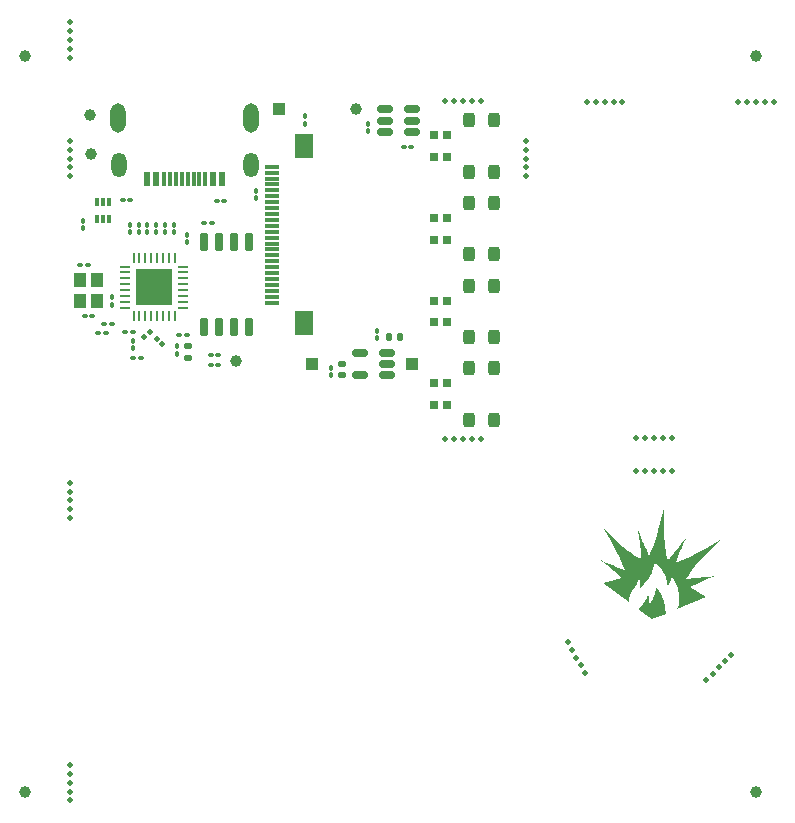
<source format=gbr>
%TF.GenerationSoftware,KiCad,Pcbnew,7.0.10*%
%TF.CreationDate,2024-04-07T01:49:58-04:00*%
%TF.ProjectId,pixie-rev-4,70697869-652d-4726-9576-2d342e6b6963,rev?*%
%TF.SameCoordinates,Original*%
%TF.FileFunction,Soldermask,Top*%
%TF.FilePolarity,Negative*%
%FSLAX46Y46*%
G04 Gerber Fmt 4.6, Leading zero omitted, Abs format (unit mm)*
G04 Created by KiCad (PCBNEW 7.0.10) date 2024-04-07 01:49:58*
%MOMM*%
%LPD*%
G01*
G04 APERTURE LIST*
G04 Aperture macros list*
%AMRoundRect*
0 Rectangle with rounded corners*
0 $1 Rounding radius*
0 $2 $3 $4 $5 $6 $7 $8 $9 X,Y pos of 4 corners*
0 Add a 4 corners polygon primitive as box body*
4,1,4,$2,$3,$4,$5,$6,$7,$8,$9,$2,$3,0*
0 Add four circle primitives for the rounded corners*
1,1,$1+$1,$2,$3*
1,1,$1+$1,$4,$5*
1,1,$1+$1,$6,$7*
1,1,$1+$1,$8,$9*
0 Add four rect primitives between the rounded corners*
20,1,$1+$1,$2,$3,$4,$5,0*
20,1,$1+$1,$4,$5,$6,$7,0*
20,1,$1+$1,$6,$7,$8,$9,0*
20,1,$1+$1,$8,$9,$2,$3,0*%
G04 Aperture macros list end*
%ADD10RoundRect,0.100000X-0.100000X0.130000X-0.100000X-0.130000X0.100000X-0.130000X0.100000X0.130000X0*%
%ADD11RoundRect,0.100000X0.130000X0.100000X-0.130000X0.100000X-0.130000X-0.100000X0.130000X-0.100000X0*%
%ADD12RoundRect,0.100000X-0.162635X0.021213X0.021213X-0.162635X0.162635X-0.021213X-0.021213X0.162635X0*%
%ADD13C,1.000000*%
%ADD14RoundRect,0.100000X0.021213X0.162635X-0.162635X-0.021213X-0.021213X-0.162635X0.162635X0.021213X0*%
%ADD15C,0.500000*%
%ADD16RoundRect,0.237500X-0.237500X0.387500X-0.237500X-0.387500X0.237500X-0.387500X0.237500X0.387500X0*%
%ADD17R,0.600000X1.160000*%
%ADD18R,0.300000X1.160000*%
%ADD19O,1.300000X2.100000*%
%ADD20O,1.300000X2.500000*%
%ADD21RoundRect,0.100000X0.100000X-0.130000X0.100000X0.130000X-0.100000X0.130000X-0.100000X-0.130000X0*%
%ADD22R,1.000000X1.000000*%
%ADD23RoundRect,0.140000X-0.170000X0.140000X-0.170000X-0.140000X0.170000X-0.140000X0.170000X0.140000X0*%
%ADD24R,0.700000X0.700000*%
%ADD25RoundRect,0.100000X-0.130000X-0.100000X0.130000X-0.100000X0.130000X0.100000X-0.130000X0.100000X0*%
%ADD26R,1.300000X0.300000*%
%ADD27R,1.600000X2.000000*%
%ADD28R,0.340000X0.700000*%
%ADD29RoundRect,0.062500X0.062500X-0.375000X0.062500X0.375000X-0.062500X0.375000X-0.062500X-0.375000X0*%
%ADD30RoundRect,0.062500X0.375000X-0.062500X0.375000X0.062500X-0.375000X0.062500X-0.375000X-0.062500X0*%
%ADD31R,3.100000X3.100000*%
%ADD32RoundRect,0.140000X0.170000X-0.140000X0.170000X0.140000X-0.170000X0.140000X-0.170000X-0.140000X0*%
%ADD33RoundRect,0.150000X0.150000X-0.650000X0.150000X0.650000X-0.150000X0.650000X-0.150000X-0.650000X0*%
%ADD34RoundRect,0.140000X-0.140000X-0.170000X0.140000X-0.170000X0.140000X0.170000X-0.140000X0.170000X0*%
%ADD35RoundRect,0.150000X0.512500X0.150000X-0.512500X0.150000X-0.512500X-0.150000X0.512500X-0.150000X0*%
%ADD36R,1.000000X1.150000*%
G04 APERTURE END LIST*
%TO.C,REF\u002A\u002A*%
G36*
X150313031Y-111871160D02*
G01*
X150362547Y-111922591D01*
X150456489Y-112033024D01*
X150543721Y-112152732D01*
X150624342Y-112280728D01*
X150698453Y-112416022D01*
X150766150Y-112557633D01*
X150827533Y-112704570D01*
X150882699Y-112855849D01*
X150931751Y-113010482D01*
X150974782Y-113167483D01*
X151011894Y-113325865D01*
X151043187Y-113484641D01*
X151068755Y-113642827D01*
X151088703Y-113799433D01*
X151103123Y-113953474D01*
X151112118Y-114103964D01*
X149950299Y-114575426D01*
X148830570Y-113758784D01*
X148843493Y-113730661D01*
X148856996Y-113703091D01*
X148871065Y-113676039D01*
X148885690Y-113649469D01*
X148900855Y-113623342D01*
X148916553Y-113597623D01*
X148949488Y-113547258D01*
X148984398Y-113498076D01*
X149021181Y-113449782D01*
X149059743Y-113402079D01*
X149099979Y-113354674D01*
X149133256Y-113314409D01*
X149165217Y-113274177D01*
X149195877Y-113234060D01*
X149225261Y-113194136D01*
X149253379Y-113154492D01*
X149280250Y-113115208D01*
X149330318Y-113038040D01*
X149375599Y-112963291D01*
X149416233Y-112891613D01*
X149452354Y-112823659D01*
X149484096Y-112760083D01*
X149511594Y-112701540D01*
X149534989Y-112648678D01*
X149554409Y-112602159D01*
X149569996Y-112562631D01*
X149590204Y-112507169D01*
X149596700Y-112487517D01*
X149605414Y-112503304D01*
X149626954Y-112549082D01*
X149640377Y-112582478D01*
X149654416Y-112622485D01*
X149668207Y-112668805D01*
X149680889Y-112721143D01*
X149691598Y-112779206D01*
X149699468Y-112842694D01*
X149703643Y-112911312D01*
X149704072Y-112947451D01*
X149703252Y-112984763D01*
X149701076Y-113023210D01*
X149697436Y-113062754D01*
X149692223Y-113103359D01*
X149685328Y-113144987D01*
X149676648Y-113187604D01*
X149666070Y-113231167D01*
X149653487Y-113275644D01*
X149638794Y-113320998D01*
X149683636Y-113279041D01*
X149726630Y-113235354D01*
X149767790Y-113190073D01*
X149807142Y-113143343D01*
X149844702Y-113095308D01*
X149880497Y-113046106D01*
X149914549Y-112995881D01*
X149946877Y-112944774D01*
X149977500Y-112892929D01*
X150006448Y-112840482D01*
X150059382Y-112734365D01*
X150105855Y-112627557D01*
X150146039Y-112521193D01*
X150180105Y-112416407D01*
X150208228Y-112314336D01*
X150230578Y-112216112D01*
X150247329Y-112122870D01*
X150258655Y-112035745D01*
X150264727Y-111955871D01*
X150265717Y-111884384D01*
X150261799Y-111822418D01*
X150313031Y-111871160D01*
G37*
G36*
X150959786Y-105860523D02*
G01*
X150965311Y-106521612D01*
X150979518Y-107132186D01*
X151004776Y-107695008D01*
X151022288Y-107959375D01*
X151043449Y-108212843D01*
X151068559Y-108455751D01*
X151097911Y-108688448D01*
X151131800Y-108911280D01*
X151170524Y-109124590D01*
X151214379Y-109328727D01*
X151263659Y-109524034D01*
X151437729Y-109334080D01*
X151619098Y-109129919D01*
X151807963Y-108910763D01*
X152004530Y-108675820D01*
X152208986Y-108424302D01*
X152421533Y-108155421D01*
X152642367Y-107868386D01*
X152871686Y-107562408D01*
X152586361Y-108199753D01*
X152457461Y-108495784D01*
X152338130Y-108777902D01*
X152228669Y-109046996D01*
X152129367Y-109303957D01*
X152040524Y-109549670D01*
X151962434Y-109785025D01*
X152146298Y-109722388D01*
X152335058Y-109651355D01*
X152728695Y-109484439D01*
X153146206Y-109284964D01*
X153590455Y-109053622D01*
X154064305Y-108791105D01*
X154570611Y-108498102D01*
X155692046Y-107823399D01*
X155191956Y-108327108D01*
X154733204Y-108798554D01*
X154315297Y-109240995D01*
X153937741Y-109657685D01*
X153600042Y-110051880D01*
X153445987Y-110241562D01*
X153301712Y-110426839D01*
X153167155Y-110608121D01*
X153042254Y-110785813D01*
X152926946Y-110960324D01*
X152821171Y-111132062D01*
X153080599Y-111122243D01*
X153354332Y-111105620D01*
X153643258Y-111082484D01*
X153948265Y-111053133D01*
X154270241Y-111017862D01*
X154610075Y-110976968D01*
X155346869Y-110879491D01*
X154988257Y-111018750D01*
X154613759Y-111171130D01*
X154243011Y-111326865D01*
X153895643Y-111476189D01*
X153132673Y-111814000D01*
X154504970Y-112647479D01*
X152063463Y-113657758D01*
X152117395Y-113552634D01*
X152162657Y-113445813D01*
X152199642Y-113337573D01*
X152228751Y-113228193D01*
X152250387Y-113117950D01*
X152264952Y-113007121D01*
X152272843Y-112895983D01*
X152274464Y-112784815D01*
X152270215Y-112673893D01*
X152260495Y-112563495D01*
X152245708Y-112453899D01*
X152226252Y-112345383D01*
X152174940Y-112132698D01*
X152109768Y-111927656D01*
X152033939Y-111732482D01*
X151950662Y-111549395D01*
X151863143Y-111380610D01*
X151774585Y-111228353D01*
X151688200Y-111094842D01*
X151607192Y-110982296D01*
X151534768Y-110892936D01*
X151474133Y-110828978D01*
X151491291Y-110881174D01*
X151504834Y-110936369D01*
X151514701Y-110994005D01*
X151520833Y-111053528D01*
X151523165Y-111114383D01*
X151521637Y-111176015D01*
X151516190Y-111237868D01*
X151506757Y-111299389D01*
X151493280Y-111360022D01*
X151475695Y-111419212D01*
X151453943Y-111476404D01*
X151427961Y-111531042D01*
X151413364Y-111557231D01*
X151397687Y-111582573D01*
X151380920Y-111607000D01*
X151363059Y-111630442D01*
X151344093Y-111652829D01*
X151324013Y-111674094D01*
X151302820Y-111694163D01*
X151280497Y-111712970D01*
X151257929Y-111571051D01*
X151231470Y-111435659D01*
X151201423Y-111306660D01*
X151168090Y-111183924D01*
X151131772Y-111067316D01*
X151092771Y-110956705D01*
X151051391Y-110851958D01*
X151007931Y-110752943D01*
X150962695Y-110659528D01*
X150915988Y-110571578D01*
X150868110Y-110488961D01*
X150819359Y-110411547D01*
X150770044Y-110339200D01*
X150720461Y-110271791D01*
X150670917Y-110209184D01*
X150621709Y-110151249D01*
X150573146Y-110097851D01*
X150525524Y-110048860D01*
X150479151Y-110004141D01*
X150434320Y-109963566D01*
X150350518Y-109894302D01*
X150276532Y-109840009D01*
X150214780Y-109799628D01*
X150167678Y-109772098D01*
X150127096Y-109751347D01*
X150126796Y-109825460D01*
X150122827Y-109899396D01*
X150104388Y-110046619D01*
X150072802Y-110192782D01*
X150029093Y-110337650D01*
X149974286Y-110480987D01*
X149909402Y-110622564D01*
X149835465Y-110762142D01*
X149753503Y-110899486D01*
X149664535Y-111034364D01*
X149569584Y-111166543D01*
X149469676Y-111295784D01*
X149365835Y-111421858D01*
X149259082Y-111544528D01*
X149150444Y-111663559D01*
X148931599Y-111889770D01*
X148934492Y-111777297D01*
X148935809Y-111671928D01*
X148935382Y-111621168D01*
X148933967Y-111571294D01*
X148931370Y-111522015D01*
X148927390Y-111473029D01*
X148921832Y-111424045D01*
X148914498Y-111374764D01*
X148905192Y-111324891D01*
X148893713Y-111274131D01*
X148879868Y-111222187D01*
X148863458Y-111168763D01*
X148844283Y-111113562D01*
X148822153Y-111056289D01*
X148813121Y-111107970D01*
X148801898Y-111158862D01*
X148773381Y-111258477D01*
X148737614Y-111355525D01*
X148695605Y-111450403D01*
X148648368Y-111543506D01*
X148596912Y-111635227D01*
X148485393Y-111816103D01*
X148369138Y-111996191D01*
X148256239Y-112178646D01*
X148203575Y-112271748D01*
X148154781Y-112366628D01*
X148110875Y-112463674D01*
X148072863Y-112563289D01*
X148032083Y-112722459D01*
X148014554Y-112795041D01*
X147999196Y-112864267D01*
X147986204Y-112931127D01*
X147980658Y-112963977D01*
X147975780Y-112996605D01*
X147971592Y-113029133D01*
X147968118Y-113061686D01*
X147965385Y-113094388D01*
X147963415Y-113127361D01*
X145766058Y-111519335D01*
X147399343Y-111081547D01*
X146734243Y-110511160D01*
X146099398Y-109987606D01*
X145763723Y-109721485D01*
X145437718Y-109473521D01*
X146076246Y-109757661D01*
X146373311Y-109885524D01*
X146656367Y-110003916D01*
X146926003Y-110112836D01*
X147182817Y-110212285D01*
X147427395Y-110302263D01*
X147660332Y-110382770D01*
X147597698Y-110198907D01*
X147526664Y-110010148D01*
X147359748Y-109616510D01*
X147160272Y-109198999D01*
X146928929Y-108754747D01*
X146666415Y-108280900D01*
X146373411Y-107774593D01*
X145698705Y-106653160D01*
X146199342Y-107156291D01*
X146668206Y-107617394D01*
X147109053Y-108036273D01*
X147525628Y-108412727D01*
X147725986Y-108584983D01*
X147921683Y-108746558D01*
X148113185Y-108897432D01*
X148300963Y-109037575D01*
X148485487Y-109166962D01*
X148667223Y-109285572D01*
X148846639Y-109393379D01*
X149024207Y-109490358D01*
X149016463Y-109228170D01*
X149000135Y-108952464D01*
X148976112Y-108662354D01*
X148945280Y-108356952D01*
X148908529Y-108035369D01*
X148866747Y-107696718D01*
X148771638Y-106964661D01*
X148899156Y-107299793D01*
X149023024Y-107617264D01*
X149143537Y-107917569D01*
X149260992Y-108201201D01*
X149375684Y-108468652D01*
X149487911Y-108720415D01*
X149597965Y-108956986D01*
X149706146Y-109178854D01*
X149794506Y-109002317D01*
X149879868Y-108816691D01*
X149962594Y-108621766D01*
X150043038Y-108417331D01*
X150198508Y-107979101D01*
X150349143Y-107500319D01*
X150497809Y-106979313D01*
X150647361Y-106414401D01*
X150960573Y-105146162D01*
X150959786Y-105860523D01*
G37*
%TD*%
D10*
%TO.C,C13*%
X109700000Y-91425000D03*
X109700000Y-92065000D03*
%TD*%
D11*
%TO.C,C15*%
X110545000Y-90475000D03*
X109905000Y-90475000D03*
%TD*%
D12*
%TO.C,L2*%
X108000000Y-90800000D03*
X108452548Y-91252548D03*
%TD*%
D11*
%TO.C,C9*%
X102575000Y-88850000D03*
X101935000Y-88850000D03*
%TD*%
D13*
%TO.C,TP2*%
X102400000Y-71900000D03*
%TD*%
D14*
%TO.C,C11*%
X107426274Y-90223726D03*
X106973726Y-90676274D03*
%TD*%
D15*
%TO.C,REF\u002A\u002A*%
X100700000Y-67000000D03*
X100700000Y-66250000D03*
X100700000Y-65500000D03*
X100700000Y-64750000D03*
X100700000Y-64000000D03*
%TD*%
D16*
%TO.C,SW3*%
X136575000Y-86325000D03*
X136575000Y-90675000D03*
X134425000Y-86325000D03*
X134425000Y-90675000D03*
%TD*%
D17*
%TO.C,J1*%
X113580000Y-77280000D03*
X112780000Y-77280000D03*
D18*
X111630000Y-77280000D03*
X110630000Y-77280000D03*
X110130000Y-77280000D03*
X109130000Y-77280000D03*
D17*
X107980000Y-77280000D03*
X107180000Y-77280000D03*
X107180000Y-77280000D03*
X107980000Y-77280000D03*
D18*
X108630000Y-77280000D03*
X109630000Y-77280000D03*
X111130000Y-77280000D03*
X112130000Y-77280000D03*
D17*
X112780000Y-77280000D03*
X113580000Y-77280000D03*
D19*
X115980000Y-76100000D03*
D20*
X116000000Y-72100000D03*
D19*
X104780000Y-76100000D03*
D20*
X104760000Y-72100000D03*
%TD*%
D11*
%TO.C,C12*%
X104225000Y-89525000D03*
X103585000Y-89525000D03*
%TD*%
D10*
%TO.C,R7*%
X105725000Y-81155000D03*
X105725000Y-81795000D03*
%TD*%
D15*
%TO.C,REF\u002A\u002A*%
X148600000Y-99250000D03*
X149350000Y-99250000D03*
X150100000Y-99250000D03*
X150850000Y-99250000D03*
X151600000Y-99250000D03*
%TD*%
D11*
%TO.C,C7*%
X113220000Y-93000000D03*
X112580000Y-93000000D03*
%TD*%
D21*
%TO.C,C3*%
X122750000Y-93920000D03*
X122750000Y-93280000D03*
%TD*%
D10*
%TO.C,C18*%
X116400000Y-78285000D03*
X116400000Y-78925000D03*
%TD*%
D11*
%TO.C,R2*%
X113725000Y-79175000D03*
X113085000Y-79175000D03*
%TD*%
D16*
%TO.C,SW1*%
X136575000Y-72325000D03*
X136575000Y-76675000D03*
X134425000Y-72325000D03*
X134425000Y-76675000D03*
%TD*%
D22*
%TO.C,GND1*%
X118400000Y-71400000D03*
%TD*%
D23*
%TO.C,C17*%
X110625000Y-91450000D03*
X110625000Y-92410000D03*
%TD*%
D13*
%TO.C,TP1*%
X102450000Y-75200000D03*
%TD*%
D24*
%TO.C,D2*%
X131500000Y-82410000D03*
X132600000Y-82410000D03*
X132600000Y-80580000D03*
X131500000Y-80580000D03*
%TD*%
D10*
%TO.C,R8*%
X109475000Y-81160000D03*
X109475000Y-81800000D03*
%TD*%
%TO.C,R9*%
X106475000Y-81160000D03*
X106475000Y-81800000D03*
%TD*%
D25*
%TO.C,R1*%
X105130000Y-79100000D03*
X105770000Y-79100000D03*
%TD*%
D21*
%TO.C,R11*%
X101750000Y-81450000D03*
X101750000Y-80810000D03*
%TD*%
D10*
%TO.C,R5*%
X107975000Y-81160000D03*
X107975000Y-81800000D03*
%TD*%
D15*
%TO.C,REF\u002A\u002A*%
X100700000Y-129900000D03*
X100700000Y-129150000D03*
X100700000Y-128400000D03*
X100700000Y-127650000D03*
X100700000Y-126900000D03*
%TD*%
D22*
%TO.C,5V1*%
X129600000Y-92950000D03*
%TD*%
D11*
%TO.C,C14*%
X103700000Y-90300000D03*
X103060000Y-90300000D03*
%TD*%
D15*
%TO.C,REF\u002A\u002A*%
X100700000Y-106000000D03*
X100700000Y-105250000D03*
X100700000Y-104500000D03*
X100700000Y-103750000D03*
X100700000Y-103000000D03*
%TD*%
D26*
%TO.C,J2*%
X117750000Y-87750000D03*
X117750000Y-87250000D03*
X117750000Y-86750000D03*
X117750000Y-86250000D03*
X117750000Y-85750000D03*
X117750000Y-85250000D03*
X117750000Y-84750000D03*
X117750000Y-84250000D03*
X117750000Y-83750000D03*
X117750000Y-83250000D03*
X117750000Y-82750000D03*
X117750000Y-82250000D03*
X117750000Y-81750000D03*
X117750000Y-81250000D03*
X117750000Y-80750000D03*
X117750000Y-80250000D03*
X117750000Y-79750000D03*
X117750000Y-79250000D03*
X117750000Y-78750000D03*
X117750000Y-78250000D03*
X117750000Y-77750000D03*
X117750000Y-77250000D03*
X117750000Y-76750000D03*
X117750000Y-76250000D03*
D27*
X120450000Y-89450000D03*
X120450000Y-74460000D03*
%TD*%
D15*
%TO.C,REF\u002A\u002A*%
X144450000Y-70750000D03*
X145200000Y-70750000D03*
X145950000Y-70750000D03*
X146700000Y-70750000D03*
X147450000Y-70750000D03*
%TD*%
D22*
%TO.C,3V1*%
X121200000Y-92950000D03*
%TD*%
D25*
%TO.C,C10*%
X112020000Y-80970000D03*
X112660000Y-80970000D03*
%TD*%
D16*
%TO.C,SW2*%
X136575000Y-79325000D03*
X136575000Y-83675000D03*
X134425000Y-79325000D03*
X134425000Y-83675000D03*
%TD*%
D10*
%TO.C,R6*%
X107225000Y-81160000D03*
X107225000Y-81800000D03*
%TD*%
D24*
%TO.C,D4*%
X131500000Y-96410000D03*
X132600000Y-96410000D03*
X132600000Y-94580000D03*
X131500000Y-94580000D03*
%TD*%
D13*
%TO.C,BOOT1*%
X124850000Y-71400000D03*
%TD*%
D10*
%TO.C,R10*%
X108725000Y-81160000D03*
X108725000Y-81800000D03*
%TD*%
D15*
%TO.C,REF\u002A\u002A*%
X132450000Y-70700000D03*
X133200000Y-70700000D03*
X133950000Y-70700000D03*
X134700000Y-70700000D03*
X135450000Y-70700000D03*
%TD*%
D11*
%TO.C,C20*%
X129575000Y-74550000D03*
X128935000Y-74550000D03*
%TD*%
D13*
%TO.C,REF\u002A\u002A*%
X158750000Y-66850000D03*
%TD*%
D21*
%TO.C,R12*%
X120600000Y-72620000D03*
X120600000Y-71980000D03*
%TD*%
D15*
%TO.C,REF\u002A\u002A*%
X132450000Y-99300000D03*
X133200000Y-99300000D03*
X133950000Y-99300000D03*
X134700000Y-99300000D03*
X135450000Y-99300000D03*
%TD*%
D28*
%TO.C,U1*%
X103000000Y-80700000D03*
X103500000Y-80700000D03*
X104000000Y-80700000D03*
X104000000Y-79200000D03*
X103500000Y-79200000D03*
X103000000Y-79200000D03*
%TD*%
D29*
%TO.C,U4*%
X106050000Y-88887500D03*
X106550000Y-88887500D03*
X107050000Y-88887500D03*
X107550000Y-88887500D03*
X108050000Y-88887500D03*
X108550000Y-88887500D03*
X109050000Y-88887500D03*
X109550000Y-88887500D03*
D30*
X110237500Y-88200000D03*
X110237500Y-87700000D03*
X110237500Y-87200000D03*
X110237500Y-86700000D03*
X110237500Y-86200000D03*
X110237500Y-85700000D03*
X110237500Y-85200000D03*
X110237500Y-84700000D03*
D29*
X109550000Y-84012500D03*
X109050000Y-84012500D03*
X108550000Y-84012500D03*
X108050000Y-84012500D03*
X107550000Y-84012500D03*
X107050000Y-84012500D03*
X106550000Y-84012500D03*
X106050000Y-84012500D03*
D30*
X105362500Y-84700000D03*
X105362500Y-85200000D03*
X105362500Y-85700000D03*
X105362500Y-86200000D03*
X105362500Y-86700000D03*
X105362500Y-87200000D03*
X105362500Y-87700000D03*
X105362500Y-88200000D03*
D31*
X107800000Y-86450000D03*
%TD*%
D15*
%TO.C,REF\u002A\u002A*%
X142797232Y-116506712D03*
X143172232Y-117156232D03*
X143547232Y-117805750D03*
X143922231Y-118455270D03*
X144297231Y-119104790D03*
X148600002Y-102050000D03*
X149350001Y-102050000D03*
X150100001Y-102050000D03*
X150850001Y-102050000D03*
X151600000Y-102050000D03*
X154554775Y-119692314D03*
X155085105Y-119161984D03*
X155615434Y-118631655D03*
X156145764Y-118101324D03*
X156676093Y-117570994D03*
%TD*%
D25*
%TO.C,C8*%
X106030000Y-92400000D03*
X106670000Y-92400000D03*
%TD*%
%TO.C,C6*%
X101535000Y-84550000D03*
X102175000Y-84550000D03*
%TD*%
D13*
%TO.C,PU1*%
X114720000Y-92700000D03*
%TD*%
D21*
%TO.C,C16*%
X110600000Y-82645000D03*
X110600000Y-82005000D03*
%TD*%
D24*
%TO.C,D1*%
X131500000Y-75410000D03*
X132600000Y-75410000D03*
X132600000Y-73580000D03*
X131500000Y-73580000D03*
%TD*%
D15*
%TO.C,REF\u002A\u002A*%
X139300000Y-77050000D03*
X139300000Y-76300000D03*
X139300000Y-75550000D03*
X139300000Y-74800000D03*
X139300000Y-74050000D03*
%TD*%
D10*
%TO.C,L1*%
X106000000Y-90980000D03*
X106000000Y-91620000D03*
%TD*%
D32*
%TO.C,C4*%
X123700000Y-93880000D03*
X123700000Y-92920000D03*
%TD*%
D21*
%TO.C,C19*%
X125900000Y-73250000D03*
X125900000Y-72610000D03*
%TD*%
D15*
%TO.C,REF\u002A\u002A*%
X100700000Y-77050000D03*
X100700000Y-76300000D03*
X100700000Y-75550000D03*
X100700000Y-74800000D03*
X100700000Y-74050000D03*
%TD*%
D33*
%TO.C,U3*%
X111995000Y-89850000D03*
X113265000Y-89850000D03*
X114535000Y-89850000D03*
X115805000Y-89850000D03*
X115805000Y-82650000D03*
X114535000Y-82650000D03*
X113265000Y-82650000D03*
X111995000Y-82650000D03*
%TD*%
D13*
%TO.C,REF\u002A\u002A*%
X96850000Y-129150000D03*
%TD*%
D34*
%TO.C,C1*%
X127640000Y-90700000D03*
X128600000Y-90700000D03*
%TD*%
D10*
%TO.C,R4*%
X104200000Y-87280000D03*
X104200000Y-87920000D03*
%TD*%
D35*
%TO.C,U2*%
X127500000Y-93900000D03*
X127500000Y-92950000D03*
X127500000Y-92000000D03*
X125225000Y-92000000D03*
X125225000Y-93900000D03*
%TD*%
D24*
%TO.C,D3*%
X131500000Y-89410000D03*
X132600000Y-89410000D03*
X132600000Y-87580000D03*
X131500000Y-87580000D03*
%TD*%
D16*
%TO.C,SW4*%
X136575000Y-93325000D03*
X136575000Y-97675000D03*
X134425000Y-93325000D03*
X134425000Y-97675000D03*
%TD*%
D36*
%TO.C,Y1*%
X102950000Y-87575000D03*
X102950000Y-85825000D03*
X101550000Y-85825000D03*
X101550000Y-87575000D03*
%TD*%
D21*
%TO.C,C2*%
X126700000Y-90765000D03*
X126700000Y-90125000D03*
%TD*%
D15*
%TO.C,REF\u002A\u002A*%
X157250000Y-70750000D03*
X158000000Y-70750000D03*
X158750000Y-70750000D03*
X159500000Y-70750000D03*
X160250000Y-70750000D03*
%TD*%
D11*
%TO.C,C5*%
X105975000Y-90200000D03*
X105335000Y-90200000D03*
%TD*%
D13*
%TO.C,REF\u002A\u002A*%
X158750000Y-129150000D03*
%TD*%
D35*
%TO.C,U5*%
X129600000Y-73300000D03*
X129600000Y-72350000D03*
X129600000Y-71400000D03*
X127325000Y-71400000D03*
X127325000Y-72350000D03*
X127325000Y-73300000D03*
%TD*%
D11*
%TO.C,R3*%
X113220000Y-92200000D03*
X112580000Y-92200000D03*
%TD*%
D13*
%TO.C,REF\u002A\u002A*%
X96850000Y-66850000D03*
%TD*%
M02*

</source>
